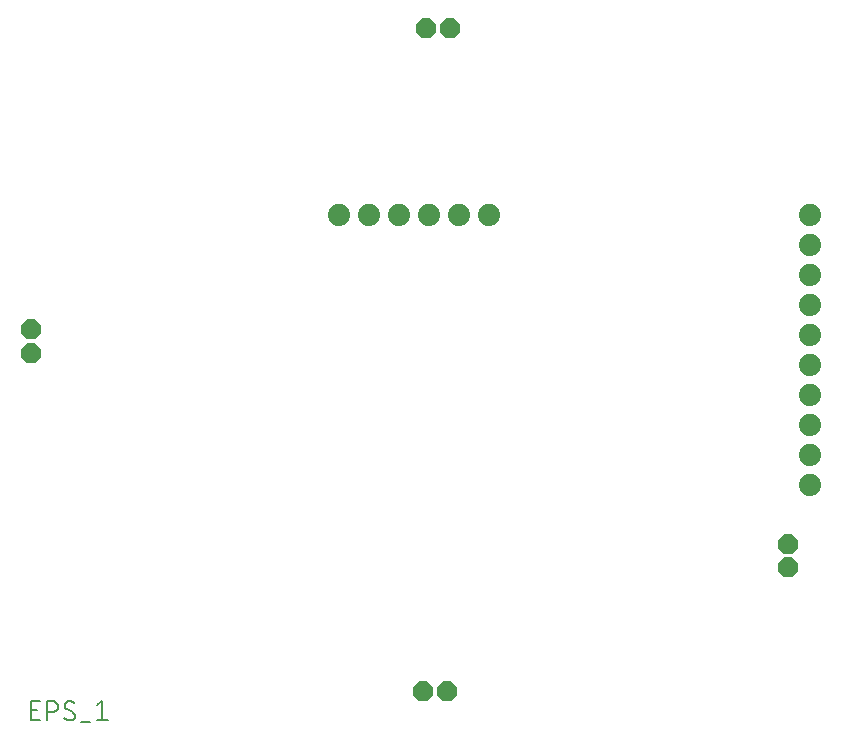
<source format=gbr>
G04 EAGLE Gerber RS-274X export*
G75*
%MOMM*%
%FSLAX34Y34*%
%LPD*%
%INTop Copper*%
%IPPOS*%
%AMOC8*
5,1,8,0,0,1.08239X$1,22.5*%
G01*
%ADD10C,0.152400*%
%ADD11C,1.879600*%
%ADD12P,1.814519X8X22.500000*%
%ADD13P,1.814519X8X202.500000*%
%ADD14P,1.814519X8X112.500000*%
%ADD15P,1.814519X8X292.500000*%


D10*
X167987Y150762D02*
X160762Y150762D01*
X160762Y167018D01*
X167987Y167018D01*
X166181Y159793D02*
X160762Y159793D01*
X174490Y167018D02*
X174490Y150762D01*
X174490Y167018D02*
X179006Y167018D01*
X179139Y167016D01*
X179271Y167010D01*
X179403Y167000D01*
X179535Y166987D01*
X179667Y166969D01*
X179797Y166948D01*
X179928Y166923D01*
X180057Y166894D01*
X180185Y166861D01*
X180313Y166825D01*
X180439Y166785D01*
X180564Y166741D01*
X180688Y166693D01*
X180810Y166642D01*
X180931Y166587D01*
X181050Y166529D01*
X181168Y166467D01*
X181283Y166402D01*
X181397Y166333D01*
X181508Y166262D01*
X181617Y166186D01*
X181724Y166108D01*
X181829Y166027D01*
X181931Y165942D01*
X182031Y165855D01*
X182128Y165765D01*
X182223Y165672D01*
X182314Y165576D01*
X182403Y165478D01*
X182489Y165377D01*
X182572Y165273D01*
X182652Y165167D01*
X182728Y165059D01*
X182802Y164949D01*
X182872Y164836D01*
X182939Y164722D01*
X183002Y164605D01*
X183062Y164487D01*
X183119Y164367D01*
X183172Y164245D01*
X183221Y164122D01*
X183267Y163998D01*
X183309Y163872D01*
X183347Y163745D01*
X183382Y163617D01*
X183413Y163488D01*
X183440Y163359D01*
X183463Y163228D01*
X183483Y163097D01*
X183498Y162965D01*
X183510Y162833D01*
X183518Y162701D01*
X183522Y162568D01*
X183522Y162436D01*
X183518Y162303D01*
X183510Y162171D01*
X183498Y162039D01*
X183483Y161907D01*
X183463Y161776D01*
X183440Y161645D01*
X183413Y161516D01*
X183382Y161387D01*
X183347Y161259D01*
X183309Y161132D01*
X183267Y161006D01*
X183221Y160882D01*
X183172Y160759D01*
X183119Y160637D01*
X183062Y160517D01*
X183002Y160399D01*
X182939Y160282D01*
X182872Y160168D01*
X182802Y160055D01*
X182728Y159945D01*
X182652Y159837D01*
X182572Y159731D01*
X182489Y159627D01*
X182403Y159526D01*
X182314Y159428D01*
X182223Y159332D01*
X182128Y159239D01*
X182031Y159149D01*
X181931Y159062D01*
X181829Y158977D01*
X181724Y158896D01*
X181617Y158818D01*
X181508Y158742D01*
X181397Y158671D01*
X181283Y158602D01*
X181168Y158537D01*
X181050Y158475D01*
X180931Y158417D01*
X180810Y158362D01*
X180688Y158311D01*
X180564Y158263D01*
X180439Y158219D01*
X180313Y158179D01*
X180185Y158143D01*
X180057Y158110D01*
X179928Y158081D01*
X179797Y158056D01*
X179667Y158035D01*
X179535Y158017D01*
X179403Y158004D01*
X179271Y157994D01*
X179139Y157988D01*
X179006Y157986D01*
X179006Y157987D02*
X174490Y157987D01*
X194287Y150762D02*
X194405Y150764D01*
X194523Y150770D01*
X194641Y150779D01*
X194758Y150793D01*
X194875Y150810D01*
X194992Y150831D01*
X195107Y150856D01*
X195222Y150885D01*
X195336Y150918D01*
X195448Y150954D01*
X195559Y150994D01*
X195669Y151037D01*
X195778Y151084D01*
X195885Y151134D01*
X195990Y151189D01*
X196093Y151246D01*
X196194Y151307D01*
X196294Y151371D01*
X196391Y151438D01*
X196486Y151508D01*
X196578Y151582D01*
X196669Y151658D01*
X196756Y151738D01*
X196841Y151820D01*
X196923Y151905D01*
X197003Y151992D01*
X197079Y152083D01*
X197153Y152175D01*
X197223Y152270D01*
X197290Y152367D01*
X197354Y152467D01*
X197415Y152568D01*
X197472Y152671D01*
X197527Y152776D01*
X197577Y152883D01*
X197624Y152992D01*
X197667Y153102D01*
X197707Y153213D01*
X197743Y153325D01*
X197776Y153439D01*
X197805Y153554D01*
X197830Y153669D01*
X197851Y153786D01*
X197868Y153903D01*
X197882Y154020D01*
X197891Y154138D01*
X197897Y154256D01*
X197899Y154374D01*
X194287Y150762D02*
X194104Y150764D01*
X193922Y150771D01*
X193740Y150782D01*
X193558Y150797D01*
X193376Y150817D01*
X193195Y150840D01*
X193015Y150869D01*
X192835Y150901D01*
X192656Y150938D01*
X192479Y150979D01*
X192302Y151025D01*
X192126Y151074D01*
X191952Y151128D01*
X191778Y151186D01*
X191607Y151248D01*
X191437Y151314D01*
X191268Y151385D01*
X191101Y151459D01*
X190936Y151537D01*
X190773Y151619D01*
X190612Y151705D01*
X190453Y151795D01*
X190296Y151889D01*
X190142Y151986D01*
X189990Y152087D01*
X189840Y152192D01*
X189693Y152300D01*
X189549Y152411D01*
X189407Y152526D01*
X189268Y152645D01*
X189132Y152767D01*
X188999Y152892D01*
X188869Y153020D01*
X189320Y163406D02*
X189322Y163524D01*
X189328Y163642D01*
X189337Y163760D01*
X189351Y163877D01*
X189368Y163994D01*
X189389Y164111D01*
X189414Y164226D01*
X189443Y164341D01*
X189476Y164455D01*
X189512Y164567D01*
X189552Y164678D01*
X189595Y164788D01*
X189642Y164897D01*
X189692Y165004D01*
X189747Y165109D01*
X189804Y165212D01*
X189865Y165313D01*
X189929Y165413D01*
X189996Y165510D01*
X190066Y165605D01*
X190140Y165697D01*
X190216Y165788D01*
X190296Y165875D01*
X190378Y165960D01*
X190463Y166042D01*
X190550Y166122D01*
X190641Y166198D01*
X190733Y166272D01*
X190828Y166342D01*
X190925Y166409D01*
X191025Y166473D01*
X191126Y166534D01*
X191229Y166592D01*
X191334Y166646D01*
X191441Y166696D01*
X191550Y166743D01*
X191660Y166787D01*
X191771Y166826D01*
X191884Y166862D01*
X191997Y166895D01*
X192112Y166924D01*
X192227Y166949D01*
X192344Y166970D01*
X192461Y166987D01*
X192578Y167001D01*
X192696Y167010D01*
X192814Y167016D01*
X192932Y167018D01*
X193093Y167016D01*
X193255Y167010D01*
X193416Y167001D01*
X193577Y166987D01*
X193737Y166970D01*
X193897Y166949D01*
X194057Y166924D01*
X194216Y166895D01*
X194374Y166863D01*
X194531Y166827D01*
X194687Y166787D01*
X194843Y166743D01*
X194997Y166695D01*
X195150Y166644D01*
X195302Y166590D01*
X195453Y166531D01*
X195602Y166470D01*
X195749Y166404D01*
X195895Y166335D01*
X196040Y166263D01*
X196182Y166187D01*
X196323Y166108D01*
X196462Y166026D01*
X196598Y165940D01*
X196733Y165851D01*
X196866Y165759D01*
X196996Y165663D01*
X191126Y160245D02*
X191025Y160307D01*
X190925Y160372D01*
X190828Y160441D01*
X190733Y160513D01*
X190640Y160587D01*
X190550Y160665D01*
X190462Y160746D01*
X190377Y160829D01*
X190295Y160915D01*
X190216Y161004D01*
X190139Y161095D01*
X190066Y161189D01*
X189995Y161285D01*
X189928Y161383D01*
X189864Y161483D01*
X189803Y161586D01*
X189746Y161690D01*
X189692Y161796D01*
X189642Y161904D01*
X189595Y162013D01*
X189551Y162124D01*
X189511Y162236D01*
X189475Y162350D01*
X189443Y162464D01*
X189414Y162580D01*
X189389Y162696D01*
X189368Y162813D01*
X189351Y162931D01*
X189337Y163049D01*
X189328Y163168D01*
X189322Y163287D01*
X189320Y163406D01*
X196094Y157535D02*
X196195Y157473D01*
X196295Y157408D01*
X196392Y157339D01*
X196487Y157267D01*
X196580Y157193D01*
X196670Y157115D01*
X196758Y157034D01*
X196843Y156951D01*
X196925Y156865D01*
X197004Y156776D01*
X197081Y156685D01*
X197154Y156591D01*
X197225Y156495D01*
X197292Y156397D01*
X197356Y156297D01*
X197417Y156194D01*
X197474Y156090D01*
X197528Y155984D01*
X197578Y155876D01*
X197625Y155767D01*
X197669Y155656D01*
X197709Y155544D01*
X197745Y155430D01*
X197777Y155316D01*
X197806Y155200D01*
X197831Y155084D01*
X197852Y154967D01*
X197869Y154849D01*
X197883Y154731D01*
X197892Y154612D01*
X197898Y154493D01*
X197900Y154374D01*
X196093Y157535D02*
X191126Y160245D01*
X203319Y148956D02*
X210543Y148956D01*
X216484Y163406D02*
X220999Y167018D01*
X220999Y150762D01*
X216484Y150762D02*
X225515Y150762D01*
D11*
X421800Y578800D03*
X447200Y578800D03*
X472600Y578800D03*
X498000Y578800D03*
X523400Y578800D03*
X548800Y578800D03*
D12*
X492600Y175900D03*
X512600Y175900D03*
D13*
X515300Y736600D03*
X495300Y736600D03*
D14*
X802000Y280400D03*
X802000Y300400D03*
D15*
X160500Y481800D03*
X160500Y461800D03*
D11*
X820000Y350000D03*
X820000Y375400D03*
X820000Y400800D03*
X820000Y426200D03*
X820000Y451600D03*
X820000Y477000D03*
X820000Y502400D03*
X820000Y527800D03*
X820000Y553200D03*
X820000Y578600D03*
M02*

</source>
